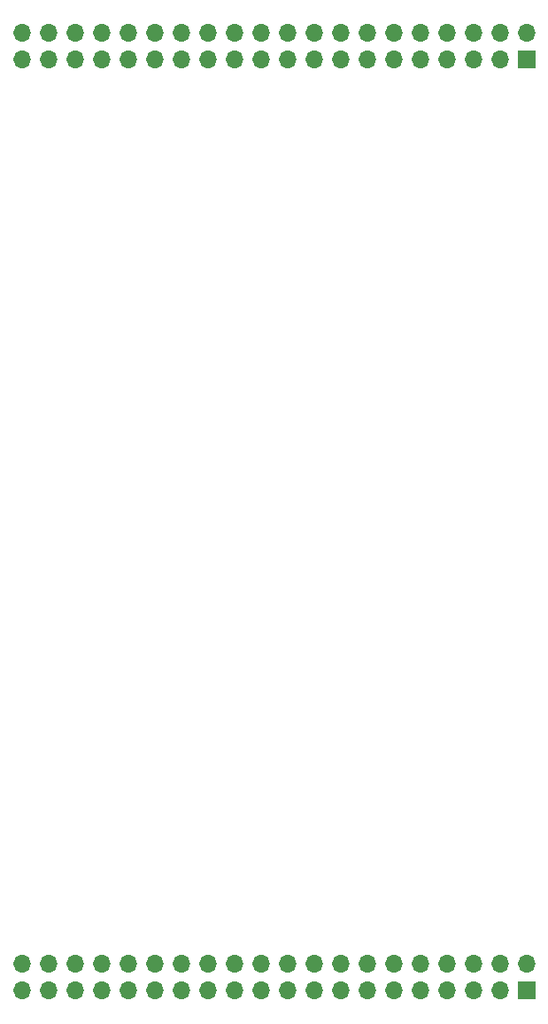
<source format=gbr>
G04 #@! TF.GenerationSoftware,KiCad,Pcbnew,(5.1.5-0-10_14)*
G04 #@! TF.CreationDate,2020-04-15T16:47:41+02:00*
G04 #@! TF.ProjectId,Bottom-Plate,426f7474-6f6d-42d5-906c-6174652e6b69,rev?*
G04 #@! TF.SameCoordinates,Original*
G04 #@! TF.FileFunction,Copper,L2,Bot*
G04 #@! TF.FilePolarity,Positive*
%FSLAX46Y46*%
G04 Gerber Fmt 4.6, Leading zero omitted, Abs format (unit mm)*
G04 Created by KiCad (PCBNEW (5.1.5-0-10_14)) date 2020-04-15 16:47:41*
%MOMM*%
%LPD*%
G04 APERTURE LIST*
%ADD10O,1.700000X1.700000*%
%ADD11R,1.700000X1.700000*%
G04 APERTURE END LIST*
D10*
X54610000Y-121920000D03*
X54610000Y-124460000D03*
X57150000Y-121920000D03*
X57150000Y-124460000D03*
X59690000Y-121920000D03*
X59690000Y-124460000D03*
X62230000Y-121920000D03*
X62230000Y-124460000D03*
X64770000Y-121920000D03*
X64770000Y-124460000D03*
X67310000Y-121920000D03*
X67310000Y-124460000D03*
X69850000Y-121920000D03*
X69850000Y-124460000D03*
X72390000Y-121920000D03*
X72390000Y-124460000D03*
X74930000Y-121920000D03*
X74930000Y-124460000D03*
X77470000Y-121920000D03*
X77470000Y-124460000D03*
X80010000Y-121920000D03*
X80010000Y-124460000D03*
X82550000Y-121920000D03*
X82550000Y-124460000D03*
X85090000Y-121920000D03*
X85090000Y-124460000D03*
X87630000Y-121920000D03*
X87630000Y-124460000D03*
X90170000Y-121920000D03*
X90170000Y-124460000D03*
X92710000Y-121920000D03*
X92710000Y-124460000D03*
X95250000Y-121920000D03*
X95250000Y-124460000D03*
X97790000Y-121920000D03*
X97790000Y-124460000D03*
X100330000Y-121920000D03*
X100330000Y-124460000D03*
X102870000Y-121920000D03*
D11*
X102870000Y-124460000D03*
D10*
X54610000Y-33020000D03*
X54610000Y-35560000D03*
X57150000Y-33020000D03*
X57150000Y-35560000D03*
X59690000Y-33020000D03*
X59690000Y-35560000D03*
X62230000Y-33020000D03*
X62230000Y-35560000D03*
X64770000Y-33020000D03*
X64770000Y-35560000D03*
X67310000Y-33020000D03*
X67310000Y-35560000D03*
X69850000Y-33020000D03*
X69850000Y-35560000D03*
X72390000Y-33020000D03*
X72390000Y-35560000D03*
X74930000Y-33020000D03*
X74930000Y-35560000D03*
X77470000Y-33020000D03*
X77470000Y-35560000D03*
X80010000Y-33020000D03*
X80010000Y-35560000D03*
X82550000Y-33020000D03*
X82550000Y-35560000D03*
X85090000Y-33020000D03*
X85090000Y-35560000D03*
X87630000Y-33020000D03*
X87630000Y-35560000D03*
X90170000Y-33020000D03*
X90170000Y-35560000D03*
X92710000Y-33020000D03*
X92710000Y-35560000D03*
X95250000Y-33020000D03*
X95250000Y-35560000D03*
X97790000Y-33020000D03*
X97790000Y-35560000D03*
X100330000Y-33020000D03*
X100330000Y-35560000D03*
X102870000Y-33020000D03*
D11*
X102870000Y-35560000D03*
M02*

</source>
